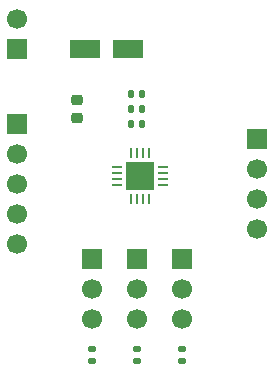
<source format=gts>
%TF.GenerationSoftware,KiCad,Pcbnew,9.0.7*%
%TF.CreationDate,2026-02-18T22:45:12+00:00*%
%TF.ProjectId,OSDSwitch,4f534453-7769-4746-9368-2e6b69636164,rev?*%
%TF.SameCoordinates,Original*%
%TF.FileFunction,Soldermask,Top*%
%TF.FilePolarity,Negative*%
%FSLAX46Y46*%
G04 Gerber Fmt 4.6, Leading zero omitted, Abs format (unit mm)*
G04 Created by KiCad (PCBNEW 9.0.7) date 2026-02-18 22:45:12*
%MOMM*%
%LPD*%
G01*
G04 APERTURE LIST*
G04 Aperture macros list*
%AMRoundRect*
0 Rectangle with rounded corners*
0 $1 Rounding radius*
0 $2 $3 $4 $5 $6 $7 $8 $9 X,Y pos of 4 corners*
0 Add a 4 corners polygon primitive as box body*
4,1,4,$2,$3,$4,$5,$6,$7,$8,$9,$2,$3,0*
0 Add four circle primitives for the rounded corners*
1,1,$1+$1,$2,$3*
1,1,$1+$1,$4,$5*
1,1,$1+$1,$6,$7*
1,1,$1+$1,$8,$9*
0 Add four rect primitives between the rounded corners*
20,1,$1+$1,$2,$3,$4,$5,0*
20,1,$1+$1,$4,$5,$6,$7,0*
20,1,$1+$1,$6,$7,$8,$9,0*
20,1,$1+$1,$8,$9,$2,$3,0*%
G04 Aperture macros list end*
%ADD10RoundRect,0.140000X0.170000X-0.140000X0.170000X0.140000X-0.170000X0.140000X-0.170000X-0.140000X0*%
%ADD11RoundRect,0.218750X0.256250X-0.218750X0.256250X0.218750X-0.256250X0.218750X-0.256250X-0.218750X0*%
%ADD12R,1.700000X1.700000*%
%ADD13C,1.700000*%
%ADD14RoundRect,0.062500X-0.337500X-0.062500X0.337500X-0.062500X0.337500X0.062500X-0.337500X0.062500X0*%
%ADD15RoundRect,0.062500X-0.062500X-0.337500X0.062500X-0.337500X0.062500X0.337500X-0.062500X0.337500X0*%
%ADD16R,2.450000X2.450000*%
%ADD17RoundRect,0.250000X-1.050000X-0.550000X1.050000X-0.550000X1.050000X0.550000X-1.050000X0.550000X0*%
%ADD18RoundRect,0.140000X-0.140000X-0.170000X0.140000X-0.170000X0.140000X0.170000X-0.140000X0.170000X0*%
G04 APERTURE END LIST*
D10*
%TO.C,R3*%
X168910000Y-110208000D03*
X168910000Y-109248000D03*
%TD*%
%TO.C,R2*%
X161290000Y-110208000D03*
X161290000Y-109248000D03*
%TD*%
%TO.C,R1*%
X165100000Y-110208000D03*
X165100000Y-109248000D03*
%TD*%
D11*
%TO.C,L1*%
X160020000Y-89687500D03*
X160020000Y-88112500D03*
%TD*%
D12*
%TO.C,J6*%
X154940000Y-83820000D03*
D13*
X154940000Y-81280000D03*
%TD*%
D12*
%TO.C,J5*%
X175260000Y-91440000D03*
D13*
X175260000Y-93980000D03*
X175260000Y-96520000D03*
X175260000Y-99060000D03*
%TD*%
D12*
%TO.C,J4*%
X154940000Y-90170000D03*
D13*
X154940000Y-92710000D03*
X154940000Y-95250000D03*
X154940000Y-97790000D03*
X154940000Y-100330000D03*
%TD*%
D12*
%TO.C,J3*%
X168910000Y-101600000D03*
D13*
X168910000Y-104140000D03*
X168910000Y-106680000D03*
%TD*%
D12*
%TO.C,J2*%
X165100000Y-101600000D03*
D13*
X165100000Y-104140000D03*
X165100000Y-106680000D03*
%TD*%
D12*
%TO.C,J1*%
X161290000Y-101600000D03*
D13*
X161290000Y-104140000D03*
X161290000Y-106680000D03*
%TD*%
D14*
%TO.C,IC1*%
X163440000Y-93840000D03*
X163440000Y-94340000D03*
X163440000Y-94840000D03*
X163440000Y-95340000D03*
D15*
X164640000Y-96540000D03*
X165140000Y-96540000D03*
X165640000Y-96540000D03*
X166140000Y-96540000D03*
D14*
X167340000Y-95340000D03*
X167340000Y-94840000D03*
X167340000Y-94340000D03*
X167340000Y-93840000D03*
D15*
X166140000Y-92640000D03*
X165640000Y-92640000D03*
X165140000Y-92640000D03*
X164640000Y-92640000D03*
D16*
X165390000Y-94590000D03*
%TD*%
D17*
%TO.C,C4*%
X160760000Y-83820000D03*
X164360000Y-83820000D03*
%TD*%
D18*
%TO.C,C3*%
X165580000Y-87630000D03*
X164620000Y-87630000D03*
%TD*%
%TO.C,C2*%
X165580000Y-88900000D03*
X164620000Y-88900000D03*
%TD*%
%TO.C,C1*%
X164620000Y-90170000D03*
X165580000Y-90170000D03*
%TD*%
M02*

</source>
